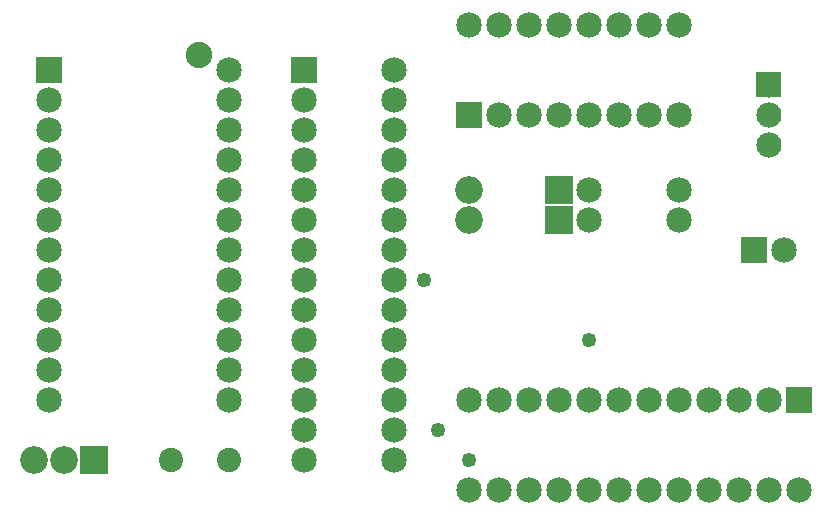
<source format=gts>
G04 MADE WITH FRITZING*
G04 WWW.FRITZING.ORG*
G04 DOUBLE SIDED*
G04 HOLES PLATED*
G04 CONTOUR ON CENTER OF CONTOUR VECTOR*
%ASAXBY*%
%FSLAX23Y23*%
%MOIN*%
%OFA0B0*%
%SFA1.0B1.0*%
%ADD10C,0.092000*%
%ADD11C,0.085000*%
%ADD12C,0.084000*%
%ADD13C,0.049370*%
%ADD14C,0.080925*%
%ADD15C,0.080866*%
%ADD16C,0.088000*%
%ADD17R,0.092000X0.092000*%
%ADD18R,0.085000X0.085000*%
%ADD19R,0.001000X0.001000*%
%LNMASK1*%
G90*
G70*
G54D10*
X1933Y1068D03*
X1635Y1068D03*
X1933Y968D03*
X1635Y968D03*
G54D11*
X2033Y1068D03*
X2333Y1068D03*
X2033Y968D03*
X2333Y968D03*
G54D12*
X2633Y1418D03*
X2633Y1318D03*
X2633Y1218D03*
X2633Y1418D03*
X2633Y1318D03*
X2633Y1218D03*
G54D11*
X2583Y868D03*
X2683Y868D03*
G54D13*
X1531Y269D03*
X1633Y167D03*
X2033Y568D03*
X1483Y768D03*
G54D11*
X2733Y368D03*
X2733Y68D03*
X2633Y368D03*
X2633Y68D03*
X2533Y368D03*
X2533Y68D03*
X2433Y368D03*
X2433Y68D03*
X2333Y368D03*
X2333Y68D03*
X2233Y368D03*
X2233Y68D03*
X2133Y368D03*
X2133Y68D03*
X2033Y368D03*
X2033Y68D03*
X1933Y368D03*
X1933Y68D03*
X1833Y368D03*
X1833Y68D03*
X1733Y368D03*
X1733Y68D03*
X1633Y368D03*
X1633Y68D03*
X1083Y1468D03*
X1383Y1468D03*
X1083Y1368D03*
X1383Y1368D03*
X1083Y1268D03*
X1383Y1268D03*
X1083Y1168D03*
X1383Y1168D03*
X1083Y1068D03*
X1383Y1068D03*
X1083Y968D03*
X1383Y968D03*
X1083Y868D03*
X1383Y868D03*
X1083Y768D03*
X1383Y768D03*
X1083Y668D03*
X1383Y668D03*
X1083Y568D03*
X1383Y568D03*
X1083Y468D03*
X1383Y468D03*
X1083Y368D03*
X1383Y368D03*
X1083Y268D03*
X1383Y268D03*
X1083Y168D03*
X1383Y168D03*
X233Y1468D03*
X833Y1468D03*
X233Y1368D03*
X833Y1368D03*
X233Y1268D03*
X833Y1268D03*
X233Y1168D03*
X833Y1168D03*
X233Y1068D03*
X833Y1068D03*
X233Y968D03*
X833Y968D03*
X233Y868D03*
X833Y868D03*
X233Y768D03*
X833Y768D03*
X233Y668D03*
X833Y668D03*
X233Y568D03*
X833Y568D03*
X233Y468D03*
X833Y468D03*
X233Y368D03*
X833Y368D03*
G54D10*
X383Y168D03*
X283Y168D03*
X183Y168D03*
G54D14*
X640Y168D03*
G54D15*
X833Y168D03*
G54D11*
X1633Y1318D03*
X1633Y1618D03*
X1733Y1318D03*
X1733Y1618D03*
X1833Y1318D03*
X1833Y1618D03*
X1933Y1318D03*
X1933Y1618D03*
X2033Y1318D03*
X2033Y1618D03*
X2133Y1318D03*
X2133Y1618D03*
X2233Y1318D03*
X2233Y1618D03*
X2333Y1318D03*
X2333Y1618D03*
G54D16*
X733Y1518D03*
G54D17*
X1934Y1068D03*
X1934Y968D03*
G54D18*
X2583Y868D03*
X2733Y368D03*
X1083Y1468D03*
X233Y1468D03*
G54D17*
X383Y168D03*
G54D18*
X1633Y1318D03*
G54D19*
X2591Y1460D02*
X2674Y1460D01*
X2591Y1459D02*
X2674Y1459D01*
X2591Y1458D02*
X2674Y1458D01*
X2591Y1457D02*
X2674Y1457D01*
X2591Y1456D02*
X2674Y1456D01*
X2591Y1455D02*
X2674Y1455D01*
X2591Y1454D02*
X2674Y1454D01*
X2591Y1453D02*
X2674Y1453D01*
X2591Y1452D02*
X2674Y1452D01*
X2591Y1451D02*
X2674Y1451D01*
X2591Y1450D02*
X2674Y1450D01*
X2591Y1449D02*
X2674Y1449D01*
X2591Y1448D02*
X2674Y1448D01*
X2591Y1447D02*
X2674Y1447D01*
X2591Y1446D02*
X2674Y1446D01*
X2591Y1445D02*
X2674Y1445D01*
X2591Y1444D02*
X2674Y1444D01*
X2591Y1443D02*
X2674Y1443D01*
X2591Y1442D02*
X2674Y1442D01*
X2591Y1441D02*
X2674Y1441D01*
X2591Y1440D02*
X2674Y1440D01*
X2591Y1439D02*
X2674Y1439D01*
X2591Y1438D02*
X2674Y1438D01*
X2591Y1437D02*
X2674Y1437D01*
X2591Y1436D02*
X2674Y1436D01*
X2591Y1435D02*
X2674Y1435D01*
X2591Y1434D02*
X2674Y1434D01*
X2591Y1433D02*
X2628Y1433D01*
X2637Y1433D02*
X2674Y1433D01*
X2591Y1432D02*
X2625Y1432D01*
X2640Y1432D02*
X2674Y1432D01*
X2591Y1431D02*
X2623Y1431D01*
X2642Y1431D02*
X2674Y1431D01*
X2591Y1430D02*
X2622Y1430D01*
X2643Y1430D02*
X2674Y1430D01*
X2591Y1429D02*
X2621Y1429D01*
X2644Y1429D02*
X2674Y1429D01*
X2591Y1428D02*
X2620Y1428D01*
X2645Y1428D02*
X2674Y1428D01*
X2591Y1427D02*
X2619Y1427D01*
X2646Y1427D02*
X2674Y1427D01*
X2591Y1426D02*
X2619Y1426D01*
X2646Y1426D02*
X2674Y1426D01*
X2591Y1425D02*
X2618Y1425D01*
X2647Y1425D02*
X2674Y1425D01*
X2591Y1424D02*
X2618Y1424D01*
X2647Y1424D02*
X2674Y1424D01*
X2591Y1423D02*
X2618Y1423D01*
X2647Y1423D02*
X2674Y1423D01*
X2591Y1422D02*
X2617Y1422D01*
X2648Y1422D02*
X2674Y1422D01*
X2591Y1421D02*
X2617Y1421D01*
X2648Y1421D02*
X2674Y1421D01*
X2591Y1420D02*
X2617Y1420D01*
X2648Y1420D02*
X2674Y1420D01*
X2591Y1419D02*
X2617Y1419D01*
X2648Y1419D02*
X2674Y1419D01*
X2591Y1418D02*
X2617Y1418D01*
X2648Y1418D02*
X2674Y1418D01*
X2591Y1417D02*
X2617Y1417D01*
X2648Y1417D02*
X2674Y1417D01*
X2591Y1416D02*
X2617Y1416D01*
X2648Y1416D02*
X2674Y1416D01*
X2591Y1415D02*
X2617Y1415D01*
X2648Y1415D02*
X2674Y1415D01*
X2591Y1414D02*
X2617Y1414D01*
X2647Y1414D02*
X2674Y1414D01*
X2591Y1413D02*
X2618Y1413D01*
X2647Y1413D02*
X2674Y1413D01*
X2591Y1412D02*
X2618Y1412D01*
X2647Y1412D02*
X2674Y1412D01*
X2591Y1411D02*
X2619Y1411D01*
X2646Y1411D02*
X2674Y1411D01*
X2591Y1410D02*
X2619Y1410D01*
X2646Y1410D02*
X2674Y1410D01*
X2591Y1409D02*
X2620Y1409D01*
X2645Y1409D02*
X2674Y1409D01*
X2591Y1408D02*
X2621Y1408D01*
X2644Y1408D02*
X2674Y1408D01*
X2591Y1407D02*
X2622Y1407D01*
X2643Y1407D02*
X2674Y1407D01*
X2591Y1406D02*
X2623Y1406D01*
X2642Y1406D02*
X2674Y1406D01*
X2591Y1405D02*
X2625Y1405D01*
X2640Y1405D02*
X2674Y1405D01*
X2591Y1404D02*
X2627Y1404D01*
X2637Y1404D02*
X2674Y1404D01*
X2591Y1403D02*
X2674Y1403D01*
X2591Y1402D02*
X2674Y1402D01*
X2591Y1401D02*
X2674Y1401D01*
X2591Y1400D02*
X2674Y1400D01*
X2591Y1399D02*
X2674Y1399D01*
X2591Y1398D02*
X2674Y1398D01*
X2591Y1397D02*
X2674Y1397D01*
X2591Y1396D02*
X2674Y1396D01*
X2591Y1395D02*
X2674Y1395D01*
X2591Y1394D02*
X2674Y1394D01*
X2591Y1393D02*
X2674Y1393D01*
X2591Y1392D02*
X2674Y1392D01*
X2591Y1391D02*
X2674Y1391D01*
X2591Y1390D02*
X2674Y1390D01*
X2591Y1389D02*
X2674Y1389D01*
X2591Y1388D02*
X2674Y1388D01*
X2591Y1387D02*
X2674Y1387D01*
X2591Y1386D02*
X2674Y1386D01*
X2591Y1385D02*
X2674Y1385D01*
X2591Y1384D02*
X2674Y1384D01*
X2591Y1383D02*
X2674Y1383D01*
X2591Y1382D02*
X2674Y1382D01*
X2591Y1381D02*
X2674Y1381D01*
X2591Y1380D02*
X2674Y1380D01*
X2591Y1379D02*
X2674Y1379D01*
X2591Y1378D02*
X2674Y1378D01*
X2591Y1377D02*
X2674Y1377D01*
D02*
G04 End of Mask1*
M02*
</source>
